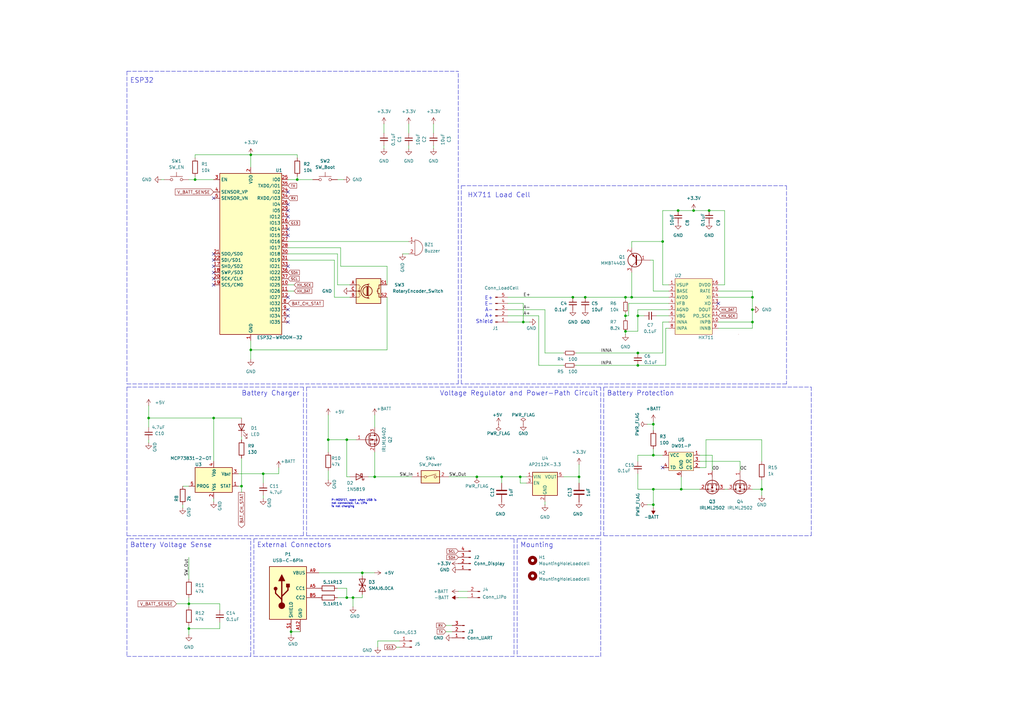
<source format=kicad_sch>
(kicad_sch (version 20231120) (generator "eeschema") (generator_version "8.0")
  (paper "A3")
  (title_block (title "Coffee Scale") (date "2022-10-18") (rev "v0.1") (company "Paul Orlob") (comment 1 "ESP32 is powered by a LiPo battery that can be charged via a USB-C port.") (comment 2 "HX711 is used to interface with a connected load cell."))
  (junction (at 261.62 149.86))
  (junction (at 102.87 63.5))
  (junction (at 237.49 195.58))
  (junction (at 214.63 132.08))
  (junction (at 256.54 129.54))
  (junction (at 119.38 259.08))
  (junction (at 148.59 234.95))
  (junction (at 142.24 180.34))
  (junction (at 102.87 143.51))
  (junction (at 256.54 121.92))
  (junction (at 308.61 121.92))
  (junction (at 142.24 245.11))
  (junction (at 308.61 127))
  (junction (at 121.92 73.66))
  (junction (at 195.58 195.58))
  (junction (at 153.67 195.58))
  (junction (at 256.54 135.89))
  (junction (at 261.62 144.78))
  (junction (at 134.62 180.34))
  (junction (at 77.47 257.81))
  (junction (at 60.96 171.45))
  (junction (at 290.83 86.36))
  (junction (at 240.03 121.92))
  (junction (at 234.95 121.92))
  (junction (at 144.78 245.11))
  (junction (at 284.48 86.36))
  (junction (at 99.06 199.39))
  (junction (at 267.97 173.99))
  (junction (at 87.63 171.45))
  (junction (at 279.4 200.66))
  (junction (at 77.47 247.65))
  (junction (at 267.97 207.01))
  (junction (at 259.08 121.92))
  (junction (at 308.61 132.08))
  (junction (at 261.62 129.54))
  (junction (at 267.97 200.66))
  (junction (at 278.13 86.36))
  (junction (at 271.78 99.06))
  (junction (at 312.42 200.66))
  (junction (at 267.97 186.69))
  (junction (at 205.74 195.58))
  (junction (at 107.95 194.31))
  (junction (at 213.36 195.58))
  (junction (at 80.01 73.66))
  (no_connect (at 118.11 96.52))
  (no_connect (at 118.11 93.98))
  (no_connect (at 118.11 88.9))
  (no_connect (at 118.11 78.74))
  (no_connect (at 87.63 81.28))
  (no_connect (at 87.63 111.76))
  (no_connect (at 87.63 114.3))
  (no_connect (at 87.63 116.84))
  (no_connect (at 87.63 109.22))
  (no_connect (at 87.63 104.14))
  (no_connect (at 87.63 106.68))
  (no_connect (at 118.11 121.92))
  (no_connect (at 118.11 127))
  (no_connect (at 118.11 129.54))
  (no_connect (at 118.11 132.08))
  (no_connect (at 118.11 86.36))
  (no_connect (at 294.64 124.46))
  (no_connect (at 118.11 83.82))
  (no_connect (at 271.78 191.77))
  (no_connect (at 118.11 109.22))
  (wire (pts (xy 102.87 139.7) (xy 102.87 143.51)))
  (wire (pts (xy 162.56 265.43) (xy 163.83 265.43)))
  (wire (pts (xy 294.64 121.92) (xy 308.61 121.92)))
  (wire (pts (xy 256.54 121.92) (xy 259.08 121.92)))
  (wire (pts (xy 77.47 73.66) (xy 80.01 73.66)))
  (wire (pts (xy 77.47 247.65) (xy 77.47 248.92)))
  (wire (pts (xy 257.81 129.54) (xy 256.54 129.54)))
  (wire (pts (xy 163.83 262.89) (xy 154.94 262.89)))
  (wire (pts (xy 99.06 187.96) (xy 99.06 199.39)))
  (polyline (pts (xy 210.82 220.98) (xy 104.14 220.98)) (stroke (width 0) (type dash)))
  (wire (pts (xy 297.18 116.84) (xy 297.18 86.36)))
  (wire (pts (xy 234.95 121.92) (xy 240.03 121.92)))
  (polyline (pts (xy 52.07 269.24) (xy 102.87 269.24)) (stroke (width 0) (type dash)))
  (wire (pts (xy 87.63 171.45) (xy 99.06 171.45)))
  (wire (pts (xy 134.62 170.18) (xy 134.62 180.34)))
  (wire (pts (xy 265.43 207.01) (xy 267.97 207.01)))
  (wire (pts (xy 134.62 180.34) (xy 134.62 185.42)))
  (wire (pts (xy 271.78 144.78) (xy 271.78 132.08)))
  (polyline (pts (xy 247.65 219.71) (xy 332.74 219.71)) (stroke (width 0) (type dash)))
  (wire (pts (xy 143.51 116.84) (xy 138.43 116.84)))
  (wire (pts (xy 118.11 119.38) (xy 120.65 119.38)))
  (wire (pts (xy 256.54 137.16) (xy 256.54 135.89)))
  (wire (pts (xy 119.38 259.08) (xy 123.19 259.08)))
  (wire (pts (xy 269.24 129.54) (xy 274.32 129.54)))
  (wire (pts (xy 205.74 195.58) (xy 213.36 195.58)))
  (wire (pts (xy 118.11 73.66) (xy 121.92 73.66)))
  (wire (pts (xy 177.8 50.8) (xy 177.8 54.61)))
  (wire (pts (xy 208.28 121.92) (xy 234.95 121.92)))
  (wire (pts (xy 119.38 259.08) (xy 119.38 260.35)))
  (wire (pts (xy 261.62 144.78) (xy 271.78 144.78)))
  (polyline (pts (xy 212.09 220.98) (xy 212.09 269.24)) (stroke (width 0) (type dash)))
  (polyline (pts (xy 125.73 158.75) (xy 125.73 219.71)) (stroke (width 0) (type dash)))
  (wire (pts (xy 287.02 189.23) (xy 303.53 189.23)))
  (wire (pts (xy 138.43 73.66) (xy 140.97 73.66)))
  (wire (pts (xy 107.95 203.2) (xy 107.95 204.47)))
  (wire (pts (xy 142.24 195.58) (xy 142.24 180.34)))
  (wire (pts (xy 261.62 186.69) (xy 267.97 186.69)))
  (wire (pts (xy 182.88 259.08) (xy 185.42 259.08)))
  (wire (pts (xy 267.97 119.38) (xy 267.97 106.68)))
  (wire (pts (xy 214.63 132.08) (xy 217.17 132.08)))
  (polyline (pts (xy 332.74 219.71) (xy 332.74 158.75)) (stroke (width 0) (type dash)))
  (polyline (pts (xy 52.07 158.75) (xy 124.46 158.75)) (stroke (width 0) (type dash)))
  (wire (pts (xy 261.62 127) (xy 261.62 129.54)))
  (wire (pts (xy 208.28 129.54) (xy 220.98 129.54)))
  (wire (pts (xy 308.61 119.38) (xy 308.61 121.92)))
  (polyline (pts (xy 104.14 220.98) (xy 104.14 269.24)) (stroke (width 0) (type dash)))
  (wire (pts (xy 261.62 149.86) (xy 273.05 149.86)))
  (polyline (pts (xy 187.96 157.48) (xy 187.96 29.21)) (stroke (width 0) (type dash)))
  (polyline (pts (xy 247.65 158.75) (xy 247.65 219.71)) (stroke (width 0) (type dash)))
  (wire (pts (xy 143.51 195.58) (xy 142.24 195.58)))
  (wire (pts (xy 236.22 149.86) (xy 261.62 149.86)))
  (wire (pts (xy 102.87 63.5) (xy 102.87 68.58)))
  (polyline (pts (xy 125.73 219.71) (xy 246.38 219.71)) (stroke (width 0) (type dash)))
  (wire (pts (xy 278.13 86.36) (xy 284.48 86.36)))
  (wire (pts (xy 294.64 119.38) (xy 308.61 119.38)))
  (wire (pts (xy 167.64 50.8) (xy 167.64 54.61)))
  (polyline (pts (xy 52.07 29.21) (xy 52.07 157.48)) (stroke (width 0) (type dash)))
  (wire (pts (xy 213.36 195.58) (xy 215.9 195.58)))
  (wire (pts (xy 187.96 245.11) (xy 191.77 245.11)))
  (wire (pts (xy 187.96 242.57) (xy 191.77 242.57)))
  (wire (pts (xy 77.47 245.11) (xy 77.47 247.65)))
  (wire (pts (xy 153.67 195.58) (xy 168.91 195.58)))
  (wire (pts (xy 157.48 60.96) (xy 157.48 59.69)))
  (wire (pts (xy 154.94 262.89) (xy 154.94 265.43)))
  (wire (pts (xy 240.03 121.92) (xy 256.54 121.92)))
  (wire (pts (xy 287.02 186.69) (xy 292.1 186.69)))
  (wire (pts (xy 102.87 143.51) (xy 158.75 143.51)))
  (wire (pts (xy 273.05 134.62) (xy 274.32 134.62)))
  (wire (pts (xy 118.11 99.06) (xy 167.64 99.06)))
  (wire (pts (xy 312.42 203.2) (xy 312.42 200.66)))
  (wire (pts (xy 148.59 243.84) (xy 148.59 245.11)))
  (wire (pts (xy 121.92 72.39) (xy 121.92 73.66)))
  (wire (pts (xy 312.42 180.34) (xy 289.56 180.34)))
  (wire (pts (xy 261.62 135.89) (xy 256.54 135.89)))
  (wire (pts (xy 308.61 200.66) (xy 312.42 200.66)))
  (wire (pts (xy 87.63 171.45) (xy 87.63 189.23)))
  (wire (pts (xy 261.62 129.54) (xy 264.16 129.54)))
  (wire (pts (xy 220.98 129.54) (xy 220.98 149.86)))
  (wire (pts (xy 223.52 144.78) (xy 231.14 144.78)))
  (wire (pts (xy 279.4 195.58) (xy 279.4 200.66)))
  (wire (pts (xy 148.59 245.11) (xy 144.78 245.11)))
  (polyline (pts (xy 210.82 220.98) (xy 210.82 269.24)) (stroke (width 0) (type dash)))
  (wire (pts (xy 294.64 132.08) (xy 308.61 132.08)))
  (wire (pts (xy 80.01 72.39) (xy 80.01 73.66)))
  (wire (pts (xy 271.78 186.69) (xy 267.97 186.69)))
  (wire (pts (xy 165.1 104.14) (xy 167.64 104.14)))
  (wire (pts (xy 138.43 104.14) (xy 118.11 104.14)))
  (wire (pts (xy 60.96 171.45) (xy 60.96 175.26)))
  (wire (pts (xy 74.93 199.39) (xy 77.47 199.39)))
  (polyline (pts (xy 125.73 158.75) (xy 246.38 158.75)) (stroke (width 0) (type dash)))
  (wire (pts (xy 107.95 198.12) (xy 107.95 194.31)))
  (wire (pts (xy 236.22 144.78) (xy 261.62 144.78)))
  (wire (pts (xy 138.43 241.3) (xy 142.24 241.3)))
  (polyline (pts (xy 52.07 29.21) (xy 187.96 29.21)) (stroke (width 0) (type dash)))
  (wire (pts (xy 274.32 127) (xy 261.62 127)))
  (wire (pts (xy 274.32 119.38) (xy 267.97 119.38)))
  (polyline (pts (xy 246.38 269.24) (xy 246.38 220.98)) (stroke (width 0) (type dash)))
  (wire (pts (xy 265.43 173.99) (xy 267.97 173.99)))
  (wire (pts (xy 223.52 127) (xy 223.52 144.78)))
  (wire (pts (xy 137.16 106.68) (xy 118.11 106.68)))
  (wire (pts (xy 102.87 143.51) (xy 102.87 147.32)))
  (polyline (pts (xy 189.23 157.48) (xy 189.23 76.2)) (stroke (width 0) (type dash)))
  (wire (pts (xy 256.54 129.54) (xy 256.54 130.81)))
  (wire (pts (xy 205.74 195.58) (xy 205.74 198.12)))
  (polyline (pts (xy 102.87 220.98) (xy 52.07 220.98)) (stroke (width 0) (type dash)))
  (wire (pts (xy 72.39 247.65) (xy 77.47 247.65)))
  (wire (pts (xy 97.79 199.39) (xy 99.06 199.39)))
  (wire (pts (xy 312.42 196.85) (xy 312.42 200.66)))
  (wire (pts (xy 148.59 234.95) (xy 153.67 234.95)))
  (wire (pts (xy 257.81 124.46) (xy 257.81 129.54)))
  (wire (pts (xy 297.18 200.66) (xy 298.45 200.66)))
  (wire (pts (xy 77.47 228.6) (xy 77.47 237.49)))
  (wire (pts (xy 138.43 245.11) (xy 142.24 245.11)))
  (wire (pts (xy 74.93 207.01) (xy 74.93 208.28)))
  (wire (pts (xy 77.47 257.81) (xy 90.17 257.81)))
  (wire (pts (xy 144.78 245.11) (xy 144.78 248.92)))
  (wire (pts (xy 139.7 101.6) (xy 118.11 101.6)))
  (polyline (pts (xy 124.46 219.71) (xy 124.46 158.75)) (stroke (width 0) (type dash)))
  (wire (pts (xy 182.88 256.54) (xy 185.42 256.54)))
  (wire (pts (xy 208.28 127) (xy 223.52 127)))
  (wire (pts (xy 99.06 199.39) (xy 99.06 201.93)))
  (wire (pts (xy 292.1 186.69) (xy 292.1 193.04)))
  (wire (pts (xy 167.64 60.96) (xy 167.64 59.69)))
  (polyline (pts (xy 246.38 219.71) (xy 246.38 158.75)) (stroke (width 0) (type dash)))
  (wire (pts (xy 60.96 171.45) (xy 87.63 171.45)))
  (wire (pts (xy 271.78 132.08) (xy 274.32 132.08)))
  (polyline (pts (xy 52.07 219.71) (xy 124.46 219.71)) (stroke (width 0) (type dash)))
  (wire (pts (xy 267.97 200.66) (xy 279.4 200.66)))
  (wire (pts (xy 267.97 172.72) (xy 267.97 173.99)))
  (wire (pts (xy 90.17 247.65) (xy 90.17 250.19)))
  (wire (pts (xy 142.24 241.3) (xy 142.24 245.11)))
  (wire (pts (xy 287.02 191.77) (xy 289.56 191.77)))
  (wire (pts (xy 308.61 121.92) (xy 308.61 127)))
  (wire (pts (xy 118.11 116.84) (xy 120.65 116.84)))
  (wire (pts (xy 138.43 116.84) (xy 138.43 104.14)))
  (wire (pts (xy 261.62 194.31) (xy 261.62 200.66)))
  (wire (pts (xy 144.78 245.11) (xy 142.24 245.11)))
  (wire (pts (xy 158.75 109.22) (xy 139.7 109.22)))
  (wire (pts (xy 259.08 121.92) (xy 274.32 121.92)))
  (wire (pts (xy 303.53 189.23) (xy 303.53 193.04)))
  (polyline (pts (xy 52.07 226.06) (xy 52.07 269.24)) (stroke (width 0) (type dash)))
  (wire (pts (xy 137.16 121.92) (xy 137.16 106.68)))
  (polyline (pts (xy 52.07 157.48) (xy 187.96 157.48)) (stroke (width 0) (type dash)))
  (wire (pts (xy 107.95 194.31) (xy 114.3 194.31)))
  (polyline (pts (xy 212.09 269.24) (xy 246.38 269.24)) (stroke (width 0) (type dash)))
  (polyline (pts (xy 104.14 269.24) (xy 210.82 269.24)) (stroke (width 0) (type dash)))
  (wire (pts (xy 308.61 134.62) (xy 308.61 132.08)))
  (wire (pts (xy 66.04 73.66) (xy 67.31 73.66)))
  (wire (pts (xy 99.06 179.07) (xy 99.06 180.34)))
  (wire (pts (xy 148.59 234.95) (xy 148.59 236.22)))
  (wire (pts (xy 142.24 180.34) (xy 146.05 180.34)))
  (wire (pts (xy 134.62 193.04) (xy 134.62 196.85)))
  (wire (pts (xy 290.83 86.36) (xy 284.48 86.36)))
  (wire (pts (xy 77.47 257.81) (xy 77.47 260.35)))
  (wire (pts (xy 223.52 205.74) (xy 223.52 207.01)))
  (wire (pts (xy 237.49 198.12) (xy 237.49 195.58)))
  (wire (pts (xy 259.08 101.6) (xy 259.08 99.06)))
  (polyline (pts (xy 189.23 76.2) (xy 322.58 76.2)) (stroke (width 0) (type dash)))
  (polyline (pts (xy 247.65 158.75) (xy 332.74 158.75)) (stroke (width 0) (type dash)))
  (wire (pts (xy 279.4 200.66) (xy 287.02 200.66)))
  (wire (pts (xy 256.54 121.92) (xy 256.54 123.19)))
  (wire (pts (xy 271.78 99.06) (xy 271.78 116.84)))
  (wire (pts (xy 271.78 86.36) (xy 271.78 99.06)))
  (polyline (pts (xy 52.07 158.75) (xy 52.07 219.71)) (stroke (width 0) (type dash)))
  (wire (pts (xy 195.58 195.58) (xy 205.74 195.58)))
  (wire (pts (xy 143.51 121.92) (xy 137.16 121.92)))
  (wire (pts (xy 139.7 109.22) (xy 139.7 101.6)))
  (wire (pts (xy 153.67 170.18) (xy 153.67 175.26)))
  (wire (pts (xy 273.05 149.86) (xy 273.05 134.62)))
  (wire (pts (xy 87.63 73.66) (xy 80.01 73.66)))
  (wire (pts (xy 157.48 50.8) (xy 157.48 54.61)))
  (wire (pts (xy 213.36 195.58) (xy 213.36 198.12)))
  (wire (pts (xy 114.3 191.77) (xy 114.3 194.31)))
  (wire (pts (xy 294.64 134.62) (xy 308.61 134.62)))
  (wire (pts (xy 220.98 149.86) (xy 231.14 149.86)))
  (wire (pts (xy 267.97 173.99) (xy 267.97 176.53)))
  (polyline (pts (xy 102.87 269.24) (xy 102.87 220.98)) (stroke (width 0) (type dash)))
  (wire (pts (xy 271.78 86.36) (xy 278.13 86.36)))
  (wire (pts (xy 130.81 234.95) (xy 148.59 234.95)))
  (polyline (pts (xy 322.58 76.2) (xy 322.58 157.48)) (stroke (width 0) (type dash)))
  (wire (pts (xy 274.32 116.84) (xy 271.78 116.84)))
  (wire (pts (xy 134.62 180.34) (xy 142.24 180.34)))
  (wire (pts (xy 97.79 194.31) (xy 107.95 194.31)))
  (wire (pts (xy 153.67 185.42) (xy 153.67 195.58)))
  (wire (pts (xy 121.92 73.66) (xy 128.27 73.66)))
  (wire (pts (xy 158.75 116.84) (xy 158.75 109.22)))
  (wire (pts (xy 121.92 64.77) (xy 121.92 63.5)))
  (wire (pts (xy 261.62 129.54) (xy 261.62 135.89)))
  (wire (pts (xy 312.42 189.23) (xy 312.42 180.34)))
  (wire (pts (xy 267.97 184.15) (xy 267.97 186.69)))
  (wire (pts (xy 214.63 124.46) (xy 214.63 132.08)))
  (wire (pts (xy 60.96 180.34) (xy 60.96 181.61)))
  (wire (pts (xy 259.08 111.76) (xy 259.08 121.92)))
  (wire (pts (xy 294.64 116.84) (xy 297.18 116.84)))
  (wire (pts (xy 289.56 180.34) (xy 289.56 191.77)))
  (wire (pts (xy 151.13 195.58) (xy 153.67 195.58)))
  (wire (pts (xy 90.17 247.65) (xy 77.47 247.65)))
  (polyline (pts (xy 52.07 220.98) (xy 52.07 226.06)) (stroke (width 0) (type dash)))
  (wire (pts (xy 184.15 195.58) (xy 195.58 195.58)))
  (wire (pts (xy 102.87 63.5) (xy 121.92 63.5)))
  (wire (pts (xy 158.75 121.92) (xy 158.75 143.51)))
  (polyline (pts (xy 212.09 220.98) (xy 246.38 220.98)) (stroke (width 0) (type dash)))
  (wire (pts (xy 261.62 200.66) (xy 267.97 200.66)))
  (wire (pts (xy 77.47 256.54) (xy 77.47 257.81)))
  (wire (pts (xy 266.7 106.68) (xy 267.97 106.68)))
  (wire (pts (xy 208.28 132.08) (xy 214.63 132.08)))
  (wire (pts (xy 90.17 255.27) (xy 90.17 257.81)))
  (wire (pts (xy 308.61 127) (xy 308.61 132.08)))
  (wire (pts (xy 231.14 195.58) (xy 237.49 195.58)))
  (wire (pts (xy 297.18 86.36) (xy 290.83 86.36)))
  (wire (pts (xy 60.96 166.37) (xy 60.96 171.45)))
  (wire (pts (xy 208.28 124.46) (xy 214.63 124.46)))
  (wire (pts (xy 256.54 128.27) (xy 256.54 129.54)))
  (wire (pts (xy 259.08 99.06) (xy 271.78 99.06)))
  (polyline (pts (xy 322.58 157.48) (xy 189.23 157.48)) (stroke (width 0) (type dash)))
  (wire (pts (xy 87.63 205.74) (xy 87.63 204.47)))
  (wire (pts (xy 267.97 207.01) (xy 267.97 208.28)))
  (wire (pts (xy 80.01 63.5) (xy 80.01 64.77)))
  (wire (pts (xy 274.32 124.46) (xy 257.81 124.46)))
  (wire (pts (xy 80.01 63.5) (xy 102.87 63.5)))
  (wire (pts (xy 261.62 186.69) (xy 261.62 189.23)))
  (wire (pts (xy 215.9 198.12) (xy 213.36 198.12)))
  (wire (pts (xy 237.49 190.5) (xy 237.49 195.58)))
  (wire (pts (xy 177.8 60.96) (xy 177.8 59.69)))
  (wire (pts (xy 267.97 200.66) (xy 267.97 207.01)))
  (text "ESP32" (at 53.34 34.29 0) (effects (font (size 2 2)) (justify left bottom)))
  (text "Battery Charger" (at 99.06 162.56 0) (effects (font (size 2 2)) (justify left bottom)))
  (text "HX711 Load Cell" (at 191.77 81.28 0) (effects (font (size 2 2)) (justify left bottom)))
  (text "E+\nE-\nA-\nA+\nShield" (at 202.2348 132.842 0) (effects (font (size 1.5 1.5)) (justify right bottom)))
  (text "Battery Protection" (at 248.92 162.56 0) (effects (font (size 2 2)) (justify left bottom)))
  (text "Mounting" (at 213.36 224.79 0) (effects (font (size 2 2)) (justify left bottom)))
  (text "External Connectors" (at 105.41 224.79 0) (effects (font (size 2 2)) (justify left bottom)))
  (text "Battery Voltage Sense" (at 53.34 224.79 0) (effects (font (size 2 2)) (justify left bottom)))
  (text "Voltage Regulator and Power-Path Circuit" (at 180.34 162.56 0) (effects (font (size 2 2)) (justify left bottom)))
  (text "P-MOSFET, open when USB is \nnot connected, i.e. LiPo\nis not charging" (at 135.89 208.28 0) (effects (font (size 0.8 0.8)) (justify left bottom)))
  (label "E+" (at 214.63 121.92 0))
  (label "INPA" (at 246.38 149.86 0))
  (label "A-" (at 214.63 127 0))
  (label "OD" (at 292.1 193.04 0))
  (label "SW_In" (at 163.83 195.58 0))
  (label "SW_Out" (at 184.15 195.58 0))
  (label "SW_Out" (at 77.47 236.22 90))
  (label "A+" (at 214.63 129.54 0))
  (label "OC" (at 303.53 193.04 0))
  (label "INNA" (at 246.38 144.78 0))
  (global_label "TX" (shape input) (at 118.11 76.2 0) (effects (font (size 1 1))) (property "Intersheetrefs" "${INTERSHEET_REFS}" (effects (hide yes))))
  (global_label "SCL" (shape input) (at 118.11 114.3 0) (effects (font (size 1 1))) (property "Intersheetrefs" "${INTERSHEET_REFS}" (effects (hide yes))))
  (global_label "BAT_CH_STAT" (shape input) (at 118.11 124.46 0) (property "Intersheetrefs" "${INTERSHEET_REFS}" (effects (hide yes))))
  (global_label "HX_SCK" (shape input) (at 120.65 116.84 0) (effects (font (size 1 1))) (property "Intersheetrefs" "${INTERSHEET_REFS}" (effects (hide yes))))
  (global_label "SDA" (shape input) (at 118.11 111.76 0) (effects (font (size 1 1))) (property "Intersheetrefs" "${INTERSHEET_REFS}" (effects (hide yes))))
  (global_label "HX_DAT" (shape input) (at 294.64 127 0) (effects (font (size 1 1))) (property "Intersheetrefs" "${INTERSHEET_REFS}" (effects (hide yes))))
  (global_label "SCL" (shape input) (at 187.96 226.06 180) (effects (font (size 1 1))) (property "Intersheetrefs" "${INTERSHEET_REFS}" (effects (hide yes))))
  (global_label "G13" (shape input) (at 162.56 265.43 180) (effects (font (size 1 1))) (property "Intersheetrefs" "${INTERSHEET_REFS}" (effects (hide yes))))
  (global_label "HX_SCK" (shape input) (at 294.64 129.54 0) (effects (font (size 1 1))) (property "Intersheetrefs" "${INTERSHEET_REFS}" (effects (hide yes))))
  (global_label "BAT_CH_STAT" (shape output) (at 99.06 201.93 270) (property "Intersheetrefs" "${INTERSHEET_REFS}" (effects (hide yes))))
  (global_label "HX_DAT" (shape input) (at 120.65 119.38 0) (effects (font (size 1 1))) (property "Intersheetrefs" "${INTERSHEET_REFS}" (effects (hide yes))))
  (global_label "G13" (shape input) (at 118.11 91.44 0) (effects (font (size 1 1))) (property "Intersheetrefs" "${INTERSHEET_REFS}" (effects (hide yes))))
  (global_label "V_BATT_SENSE" (shape input) (at 87.63 78.74 180) (property "Intersheetrefs" "${INTERSHEET_REFS}" (effects (hide yes))))
  (global_label "RX" (shape input) (at 118.11 81.28 0) (effects (font (size 1 1))) (property "Intersheetrefs" "${INTERSHEET_REFS}" (effects (hide yes))))
  (global_label "TX" (shape input) (at 182.88 259.08 180) (effects (font (size 1 1))) (property "Intersheetrefs" "${INTERSHEET_REFS}" (effects (hide yes))))
  (global_label "V_BATT_SENSE" (shape input) (at 72.39 247.65 180) (property "Intersheetrefs" "${INTERSHEET_REFS}" (effects (hide yes))))
  (global_label "RX" (shape input) (at 182.88 256.54 180) (effects (font (size 1 1))) (property "Intersheetrefs" "${INTERSHEET_REFS}" (effects (hide yes))))
  (global_label "SDA" (shape input) (at 187.96 228.6 180) (effects (font (size 1 1))) (property "Intersheetrefs" "${INTERSHEET_REFS}" (effects (hide yes))))
  (symbol (lib_id "power:GND") (at 237.49 205.74 0) (unit 1)
    (property "Reference" "#PWR033" (effects (hide yes)))
    (property "Value" "GND" (at 234.95 210.82 0) (effects (justify left)))
    (property "Description" "Power symbol creates a global label with name \"GND\" , ground" (effects (hide yes)))
  )
  (symbol (lib_id "Device:R") (at 74.93 203.2 180) (unit 1)
    (property "Reference" "R8" (at 72.39 204.47 90))
    (property "Value" "2k" (at 77.47 204.47 90))
    (property "Footprint" "Resistor_SMD:R_0603_1608Metric_Pad0.98x0.95mm_HandSolder" (effects (hide yes)))
    (property "Description" "Resistor" (effects (hide yes)))
    (property "LCSC" "C22975" (effects (hide yes)))
  )
  (symbol (lib_id "power:+5V") (at 204.47 173.99 0) (unit 1)
    (property "Reference" "#PWR0102" (effects (hide yes)))
    (property "Value" "+5V" (at 201.93 170.18 0) (effects (justify left)))
    (property "Description" "Power symbol creates a global label with name \"+5V\"" (effects (hide yes)))
  )
  (symbol (lib_id "Device:C_Small") (at 157.48 57.15 0) (unit 1)
    (property "Reference" "C1" (at 163.83 57.1563 90))
    (property "Value" "0.1uF" (at 161.29 57.1563 90))
    (property "Footprint" "Capacitor_SMD:C_0603_1608Metric_Pad1.08x0.95mm_HandSolder" (effects (hide yes)))
    (property "Description" "Unpolarized capacitor, small symbol" (effects (hide yes)))
    (property "LCSC" "C14663" (effects (hide yes)))
  )
  (symbol (lib_id "Device:C_Small") (at 278.13 88.9 180) (unit 1)
    (property "Reference" "C8" (at 281.94 91.44 90))
    (property "Value" "10uF" (at 275.59 90.17 90))
    (property "Footprint" "Capacitor_SMD:C_1206_3216Metric" (effects (hide yes)))
    (property "Description" "Unpolarized capacitor, small symbol" (effects (hide yes)))
    (property "LCSC" "C13585" (effects (hide yes)))
  )
  (symbol (lib_id "power:GND") (at 134.62 196.85 0) (unit 1)
    (property "Reference" "#PWR021" (effects (hide yes)))
    (property "Value" "GND" (at 137.16 200.66 90) (effects (justify left)))
    (property "Description" "Power symbol creates a global label with name \"GND\" , ground" (effects (hide yes)))
  )
  (symbol (lib_id "Device:C_Small") (at 266.7 129.54 90) (unit 1)
    (property "Reference" "C7" (at 266.7 133.35 90))
    (property "Value" "0.1uF" (at 266.7 135.89 90))
    (property "Footprint" "Capacitor_SMD:C_0603_1608Metric_Pad1.08x0.95mm_HandSolder" (effects (hide yes)))
    (property "Description" "Unpolarized capacitor, small symbol" (effects (hide yes)))
    (property "LCSC" "C14663" (effects (hide yes)))
  )
  (symbol (lib_id "Connector:Conn_01x04_Pin") (at 193.04 231.14 180) (unit 1)
    (property "Reference" "J2" (at 194.31 228.5999 0) (effects (justify right)))
    (property "Value" "Conn_Display" (at 194.31 231.1399 0) (effects (justify right)))
    (property "Footprint" "Connector_Wire:SolderWire-0.5sqmm_1x04_P4.8mm_D0.9mm_OD2.3mm" (effects (hide yes)))
    (property "Description" "Generic connector, single row, 01x04, script generated" (effects (hide yes)))
  )
  (symbol (lib_id "Device:C_Small") (at 290.83 88.9 180) (unit 1)
    (property "Reference" "C9" (at 294.64 91.44 90))
    (property "Value" "0.1uF" (at 288.29 90.17 90))
    (property "Footprint" "Capacitor_SMD:C_0603_1608Metric_Pad1.08x0.95mm_HandSolder" (effects (hide yes)))
    (property "Description" "Unpolarized capacitor, small symbol" (effects (hide yes)))
    (property "LCSC" "C14663" (effects (hide yes)))
  )
  (symbol (lib_id "power:GND") (at 312.42 203.2 0) (unit 1)
    (property "Reference" "#PWR0101" (effects (hide yes)))
    (property "Value" "GND" (at 312.42 207.01 0))
    (property "Description" "Power symbol creates a global label with name \"GND\" , ground" (effects (hide yes)))
  )
  (symbol (lib_id "power:GND") (at 167.64 60.96 0) (unit 1)
    (property "Reference" "#PWR024" (effects (hide yes)))
    (property "Value" "GND" (at 167.64 66.04 0))
    (property "Description" "Power symbol creates a global label with name \"GND\" , ground" (effects (hide yes)))
  )
  (symbol (lib_id "power:+3.3V") (at 187.96 231.14 90) (unit 1)
    (property "Reference" "#PWR0104" (effects (hide yes)))
    (property "Value" "+3.3V" (at 179.07 231.14 90) (effects (justify right)))
    (property "Description" "Power symbol creates a global label with name \"+3.3V\"" (effects (hide yes)))
  )
  (symbol (lib_id "Device:LED") (at 99.06 175.26 90) (unit 1)
    (property "Reference" "D1" (at 102.87 175.5774 90) (effects (justify right)))
    (property "Value" "LED" (at 102.87 178.1174 90) (effects (justify right)))
    (property "Footprint" "LED_SMD:LED_1206_3216Metric" (effects (hide yes)))
    (property "Description" "Light emitting diode" (effects (hide yes)))
    (property "LCSC" "C125086" (effects (hide yes)))
  )
  (symbol (lib_id "RF_Module:ESP32-WROOM-32") (at 102.87 104.14 0) (unit 1)
    (property "Reference" "U1" (at 113.03 69.85 0) (effects (justify left)))
    (property "Value" "ESP32-WROOM-32" (at 105.41 138.43 0) (effects (justify left)))
    (property "Footprint" "RF_Module:ESP32-WROOM-32" (effects (hide yes)))
    (property "Datasheet" "https://www.espressif.com/sites/default/files/documentation/esp32-wroom-32_datasheet_en.pdf" (effects (hide yes)))
    (property "Description" "RF Module, ESP32-D0WDQ6 SoC, Wi-Fi 802.11b/g/n, Bluetooth, BLE, 32-bit, 2.7-3.6V, onboard antenna, SMD" (effects (hide yes)))
    (property "LCSC" "C473012" (effects (hide yes)))
  )
  (symbol (lib_id "power:PWR_FLAG") (at 214.63 173.99 0) (unit 1)
    (property "Reference" "#FLG0103" (effects (hide yes)))
    (property "Value" "PWR_FLAG" (at 214.63 170.18 0))
    (property "Description" "Special symbol for telling ERC where power comes from" (effects (hide yes)))
  )
  (symbol (lib_id "power:GND") (at 157.48 60.96 0) (unit 1)
    (property "Reference" "#PWR08" (effects (hide yes)))
    (property "Value" "GND" (at 157.48 66.04 0))
    (property "Description" "Power symbol creates a global label with name \"GND\" , ground" (effects (hide yes)))
  )
  (symbol (lib_id "Connector:Conn_01x02_Pin") (at 196.85 245.11 180) (unit 1)
    (property "Reference" "J4" (at 197.866 241.808 0) (effects (justify right)))
    (property "Value" "Conn_LiPo" (at 197.866 244.856 0) (effects (justify right)))
    (property "Footprint" "Connector_Wire:SolderWire-0.5sqmm_1x02_P4.8mm_D0.9mm_OD2.3mm" (effects (hide yes)))
    (property "Description" "Generic connector, single row, 01x02, script generated" (effects (hide yes)))
  )
  (symbol (lib_id "power:GND") (at 205.74 205.74 0) (unit 1)
    (property "Reference" "#PWR023" (effects (hide yes)))
    (property "Value" "GND" (at 203.2 210.82 0) (effects (justify left)))
    (property "Description" "Power symbol creates a global label with name \"GND\" , ground" (effects (hide yes)))
  )
  (symbol (lib_id "Device:C_Small") (at 60.96 177.8 0) (unit 1)
    (property "Reference" "C10" (at 63.5 177.8 0) (effects (justify left)))
    (property "Value" "4.7uF" (at 62.23 175.26 0) (effects (justify left)))
    (property "Footprint" "Capacitor_SMD:C_0805_2012Metric" (effects (hide yes)))
    (property "Description" "Unpolarized capacitor, small symbol" (effects (hide yes)))
    (property "LCSC" "C1779" (effects (hide yes)))
  )
  (symbol (lib_id "Connector:Conn_01x03_Pin") (at 190.5 259.08 180) (unit 1)
    (property "Reference" "J3" (at 193.04 259.08 0))
    (property "Value" "Conn_UART" (at 196.85 261.62 0))
    (property "Footprint" "Connector_PinHeader_2.54mm:PinHeader_1x03_P2.54mm_Horizontal" (effects (hide yes)))
    (property "Description" "Generic connector, single row, 01x03, script generated" (effects (hide yes)))
  )
  (symbol (lib_id "power:+BATT") (at 114.3 191.77 0) (unit 1)
    (property "Reference" "#PWR030" (effects (hide yes)))
    (property "Value" "+BATT" (at 118.11 189.23 0))
    (property "Description" "Power symbol creates a global label with name \"+BATT\"" (effects (hide yes)))
  )
  (symbol (lib_id "Device:R") (at 99.06 184.15 0) (unit 1)
    (property "Reference" "R9" (at 101.6 182.8799 0) (effects (justify left)))
    (property "Value" "130" (at 101.6 185.4199 0) (effects (justify left)))
    (property "Footprint" "Resistor_SMD:R_0603_1608Metric_Pad0.98x0.95mm_HandSolder" (effects (hide yes)))
    (property "Description" "Resistor" (effects (hide yes)))
    (property "LCSC" "C22808" (effects (hide yes)))
  )
  (symbol (lib_id "Device:Q_NMOS_GSD") (at 292.1 198.12 270) (unit 1)
    (property "Reference" "Q3" (at 292.1 205.74 90))
    (property "Value" "IRLML2502" (at 292.1 208.28 90))
    (property "Footprint" "Package_TO_SOT_SMD:SOT-23" (effects (hide yes)))
    (property "Description" "N-MOSFET transistor, gate/source/drain" (effects (hide yes)))
    (property "LCSC" "C5364308" (effects (hide yes)))
  )
  (symbol (lib_id "Battery_Management:MCP73831-2-OT") (at 87.63 196.85 0) (unit 1)
    (property "Reference" "U3" (at 80.01 190.5 0) (effects (justify left)))
    (property "Value" "MCP73831-2-OT" (at 69.85 187.96 0) (effects (justify left)))
    (property "Footprint" "Package_TO_SOT_SMD:SOT-23-5" (effects (hide yes)))
    (property "Datasheet" "http://ww1.microchip.com/downloads/en/DeviceDoc/20001984g.pdf" (effects (hide yes)))
    (property "Description" "Single cell, Li-Ion/Li-Po charge management controller, 4.20V, Tri-State Status Output, in SOT23-5 package" (effects (hide yes)))
    (property "LCSC" "C424093" (effects (hide yes)))
  )
  (symbol (lib_id "Device:D_Schottky") (at 147.32 195.58 180) (unit 1)
    (property "Reference" "D2" (at 142.24 198.12 0) (effects (justify right)))
    (property "Value" "1N5819" (at 142.24 200.66 0) (effects (justify right)))
    (property "Footprint" "Diode_SMD:D_SMA_Handsoldering" (effects (hide yes)))
    (property "Description" "Schottky diode" (effects (hide yes)))
  )
  (symbol (lib_id "Device:C_Small") (at 240.03 124.46 0) (unit 1)
    (property "Reference" "C5" (at 242.57 124.46 0) (effects (justify left)))
    (property "Value" "10uF" (at 242.57 127 0) (effects (justify left)))
    (property "Footprint" "Capacitor_SMD:C_1206_3216Metric" (effects (hide yes)))
    (property "Description" "Unpolarized capacitor, small symbol" (effects (hide yes)))
    (property "LCSC" "C13585" (effects (hide yes)))
  )
  (symbol (lib_id "Device:C_Small") (at 261.62 191.77 0) (unit 1)
    (property "Reference" "C15" (at 256.286 190.754 0) (effects (justify left)))
    (property "Value" "0.1uF" (at 253.238 193.04 0) (effects (justify left)))
    (property "Footprint" "Capacitor_SMD:C_0603_1608Metric_Pad1.08x0.95mm_HandSolder" (effects (hide yes)))
    (property "Description" "Unpolarized capacitor, small symbol" (effects (hide yes)))
    (property "LCSC" "C14663" (effects (hide yes)))
  )
  (symbol (lib_id "Device:D_TVS") (at 148.59 240.03 90) (unit 1)
    (property "Reference" "D3" (at 151.13 238.7599 90) (effects (justify right)))
    (property "Value" "SMAJ6.0CA" (at 151.13 241.2999 90) (effects (justify right)))
    (property "Footprint" "Diode_SMD:D_SMA" (effects (hide yes)))
    (property "Description" "Bidirectional transient-voltage-suppression diode" (effects (hide yes)))
  )
  (symbol (lib_id "power:GND") (at 144.78 248.92 0) (unit 1)
    (property "Reference" "#PWR038" (effects (hide yes)))
    (property "Value" "GND" (at 143.51 252.73 0) (effects (justify left)))
    (property "Description" "Power symbol creates a global label with name \"GND\" , ground" (effects (hide yes)))
  )
  (symbol (lib_id "Mechanical:MountingHole") (at 218.44 236.22 0) (unit 1)
    (property "Reference" "H2" (at 220.98 234.9499 0) (effects (justify left)))
    (property "Value" "MountingHoleLoadcell" (at 220.98 237.4899 0) (effects (justify left)))
    (property "Footprint" "MountingHole:MountingHole_5.3mm_M5_ISO7380" (effects (hide yes)))
    (property "Description" "Mounting Hole without connection" (effects (hide yes)))
  )
  (symbol (lib_id "Device:R_Small") (at 233.68 149.86 90) (unit 1)
    (property "Reference" "R5" (at 229.87 152.4 90))
    (property "Value" "100" (at 234.95 152.4 90))
    (property "Footprint" "Resistor_SMD:R_0603_1608Metric_Pad0.98x0.95mm_HandSolder" (effects (hide yes)))
    (property "Description" "Resistor, small symbol" (effects (hide yes)))
    (property "LCSC" "C22775" (effects (hide yes)))
  )
  (symbol (lib_id "power:+BATT") (at 153.67 170.18 0) (unit 1)
    (property "Reference" "#PWR022" (effects (hide yes)))
    (property "Value" "+BATT" (at 157.48 167.64 0))
    (property "Description" "Power symbol creates a global label with name \"+BATT\"" (effects (hide yes)))
  )
  (symbol (lib_id "power:GND") (at 177.8 60.96 0) (unit 1)
    (property "Reference" "#PWR026" (effects (hide yes)))
    (property "Value" "GND" (at 177.8 66.04 0))
    (property "Description" "Power symbol creates a global label with name \"GND\" , ground" (effects (hide yes)))
  )
  (symbol (lib_id "power:GND") (at 187.96 233.68 270) (unit 1)
    (property "Reference" "#PWR0105" (effects (hide yes)))
    (property "Value" "GND" (at 180.34 233.68 90) (effects (justify left)))
    (property "Description" "Power symbol creates a global label with name \"GND\" , ground" (effects (hide yes)))
  )
  (symbol (lib_id "power:PWR_FLAG") (at 204.47 173.99 180) (unit 1)
    (property "Reference" "#FLG0101" (effects (hide yes)))
    (property "Value" "PWR_FLAG" (at 204.47 177.8 0))
    (property "Description" "Special symbol for telling ERC where power comes from" (effects (hide yes)))
  )
  (symbol (lib_id "power:+3.3V") (at 102.87 63.5 0) (unit 1)
    (property "Reference" "#PWR02" (effects (hide yes)))
    (property "Value" "+3.3V" (at 102.87 58.42 0))
    (property "Description" "Power symbol creates a global label with name \"+3.3V\"" (effects (hide yes)))
  )
  (symbol (lib_id "power:GND") (at 278.13 91.44 0) (unit 1)
    (property "Reference" "#PWR014" (effects (hide yes)))
    (property "Value" "GND" (at 278.13 96.52 0))
    (property "Description" "Power symbol creates a global label with name \"GND\" , ground" (effects (hide yes)))
  )
  (symbol (lib_id "Device:C_Small") (at 167.64 57.15 0) (unit 1)
    (property "Reference" "C2" (at 173.99 57.1563 90))
    (property "Value" "10uF" (at 171.45 57.1563 90))
    (property "Footprint" "Capacitor_SMD:C_1206_3216Metric" (effects (hide yes)))
    (property "Description" "Unpolarized capacitor, small symbol" (effects (hide yes)))
    (property "LCSC" "C13585" (effects (hide yes)))
  )
  (symbol (lib_id "Transistor_FET:IRLML6402") (at 151.13 180.34 0) (unit 1)
    (property "Reference" "Q2" (at 160.02 180.34 90))
    (property "Value" "IRLML6402" (at 157.48 180.34 90))
    (property "Footprint" "Package_TO_SOT_SMD:SOT-23" (effects (hide yes)))
    (property "Datasheet" "https://www.infineon.com/dgdl/irlml6402pbf.pdf?fileId=5546d462533600a401535668d5c2263c" (effects (hide yes)))
    (property "Description" "-3.7A Id, -20V Vds, 65mOhm Rds, P-Channel HEXFET Power MOSFET, SOT-23" (effects (hide yes)))
    (property "LCSC" "C2593" (effects (hide yes)))
  )
  (symbol (lib_id "power:GND") (at 217.17 132.08 90) (unit 1)
    (property "Reference" "#PWR010" (effects (hide yes)))
    (property "Value" "GND" (at 215.9 134.62 90) (effects (justify right)))
    (property "Description" "Power symbol creates a global label with name \"GND\" , ground" (effects (hide yes)))
  )
  (symbol (lib_id "power:+BATT") (at 267.97 172.72 0) (unit 1)
    (property "Reference" "#PWR0109" (effects (hide yes)))
    (property "Value" "+BATT" (at 267.97 167.64 0))
    (property "Description" "Power symbol creates a global label with name \"+BATT\"" (effects (hide yes)))
  )
  (symbol (lib_id "power:GND") (at 223.52 207.01 0) (unit 1)
    (property "Reference" "#PWR031" (effects (hide yes)))
    (property "Value" "GND" (at 223.52 212.09 0))
    (property "Description" "Power symbol creates a global label with name \"GND\" , ground" (effects (hide yes)))
  )
  (symbol (lib_id "Connector:Conn_01x02_Pin") (at 168.91 262.89 0) (mirror y) (unit 1)
    (property "Reference" "J5" (at 171.196 264.16 0))
    (property "Value" "Conn_G13" (at 166.116 259.334 0))
    (property "Footprint" "Connector_Wire:SolderWire-0.5sqmm_1x02_P4.8mm_D0.9mm_OD2.3mm" (effects (hide yes)))
    (property "Description" "Generic connector, single row, 01x02, script generated" (effects (hide yes)))
  )
  (symbol (lib_id "power:+5V") (at 153.67 234.95 270) (unit 1)
    (property "Reference" "#PWR037" (effects (hide yes)))
    (property "Value" "+5V" (at 157.48 234.9499 90) (effects (justify left)))
    (property "Description" "Power symbol creates a global label with name \"+5V\"" (effects (hide yes)))
  )
  (symbol (lib_id "power:GND") (at 143.51 119.38 270) (unit 1)
    (property "Reference" "#PWR05" (effects (hide yes)))
    (property "Value" "GND" (at 132.08 119.38 90) (effects (justify left)))
    (property "Description" "Power symbol creates a global label with name \"GND\" , ground" (effects (hide yes)))
  )
  (symbol (lib_id "Custom:HX711") (at 284.48 125.73 0) (unit 1)
    (property "Reference" "U2" (at 278.13 113.03 0))
    (property "Value" "HX711" (at 289.56 138.43 0))
    (property "Footprint" "Package_SO:SOP-16_3.9x9.9mm_P1.27mm" (effects (hide yes)))
    (property "LCSC" "C6705483" (effects (hide yes)))
  )
  (symbol (lib_id "Switch:SW_DIP_x01") (at 176.53 195.58 0) (unit 1)
    (property "Reference" "SW4" (at 176.53 187.96 0))
    (property "Value" "SW_Power" (at 176.53 190.5 0))
    (property "Footprint" "Connector_Wire:SolderWire-0.5sqmm_1x02_P4.8mm_D0.9mm_OD2.3mm" (effects (hide yes)))
    (property "Description" "1x DIP Switch, Single Pole Single Throw (SPST) switch, small symbol" (effects (hide yes)))
  )
  (symbol (lib_id "power:GND") (at 240.03 127 0) (unit 1)
    (property "Reference" "#PWR012" (effects (hide yes)))
    (property "Value" "GND" (at 240.03 132.08 0))
    (property "Description" "Power symbol creates a global label with name \"GND\" , ground" (effects (hide yes)))
  )
  (symbol (lib_id "power:GND") (at 308.61 127 90) (unit 1)
    (property "Reference" "#PWR017" (effects (hide yes)))
    (property "Value" "GND" (at 312.42 126.9999 90) (effects (justify right)))
    (property "Description" "Power symbol creates a global label with name \"GND\" , ground" (effects (hide yes)))
  )
  (symbol (lib_id "Device:R_Small") (at 256.54 125.73 0) (unit 1)
    (property "Reference" "R6" (at 250.19 124.46 0) (effects (justify left)))
    (property "Value" "10k" (at 250.19 127 0) (effects (justify left)))
    (property "Footprint" "Resistor_SMD:R_0603_1608Metric_Pad0.98x0.95mm_HandSolder" (effects (hide yes)))
    (property "Description" "Resistor, small symbol" (effects (hide yes)))
    (property "LCSC" "C25804" (effects (hide yes)))
  )
  (symbol (lib_id "power:+BATT") (at 187.96 242.57 90) (unit 1)
    (property "Reference" "#PWR0106" (effects (hide yes)))
    (property "Value" "+BATT" (at 177.8 242.57 90) (effects (justify right)))
    (property "Description" "Power symbol creates a global label with name \"+BATT\"" (effects (hide yes)))
  )
  (symbol (lib_id "Device:C_Small") (at 177.8 57.15 0) (unit 1)
    (property "Reference" "C3" (at 184.15 57.1563 90))
    (property "Value" "10uF" (at 181.61 57.1563 90))
    (property "Footprint" "Capacitor_SMD:C_1206_3216Metric" (effects (hide yes)))
    (property "Description" "Unpolarized capacitor, small symbol" (effects (hide yes)))
    (property "LCSC" "C13585" (effects (hide yes)))
  )
  (symbol (lib_id "power:GND") (at 214.63 173.99 0) (unit 1)
    (property "Reference" "#PWR0103" (effects (hide yes)))
    (property "Value" "GND" (at 214.63 177.8 0))
    (property "Description" "Power symbol creates a global label with name \"GND\" , ground" (effects (hide yes)))
  )
  (symbol (lib_id "power:GND") (at 165.1 104.14 0) (unit 1)
    (property "Reference" "#PWR06" (effects (hide yes)))
    (property "Value" "GND" (at 165.1 111.76 90) (effects (justify left)))
    (property "Description" "Power symbol creates a global label with name \"GND\" , ground" (effects (hide yes)))
  )
  (symbol (lib_id "Switch:SW_Push") (at 133.35 73.66 0) (unit 1)
    (property "Reference" "SW2" (at 133.35 66.04 0))
    (property "Value" "SW_Boot" (at 133.35 68.58 0))
    (property "Footprint" "Button_Switch_THT:SW_PUSH_6mm_H5mm" (effects (hide yes)))
    (property "Description" "Push button switch, generic, two pins" (effects (hide yes)))
  )
  (symbol (lib_id "power:+3.3V") (at 284.48 86.36 0) (unit 1)
    (property "Reference" "#PWR015" (effects (hide yes)))
    (property "Value" "+3.3V" (at 284.48 81.28 0))
    (property "Description" "Power symbol creates a global label with name \"+3.3V\"" (effects (hide yes)))
  )
  (symbol (lib_id "Custom:USB-C-6Pin") (at 119.38 242.57 0) (unit 1)
    (property "Reference" "P1" (at 118.11 227.33 0))
    (property "Value" "USB-C-6Pin" (at 118.11 229.87 0))
    (property "Footprint" "Custom:USB_C_6Pin" (effects (hide yes)))
  )
  (symbol (lib_id "power:GND") (at 60.96 181.61 0) (unit 1)
    (property "Reference" "#PWR019" (effects (hide yes)))
    (property "Value" "GND" (at 63.5 185.42 90) (effects (justify left)))
    (property "Description" "Power symbol creates a global label with name \"GND\" , ground" (effects (hide yes)))
  )
  (symbol (lib_id "Device:R") (at 134.62 189.23 180) (unit 1)
    (property "Reference" "R10" (at 135.89 187.96 0) (effects (justify right)))
    (property "Value" "47k" (at 135.89 190.5 0) (effects (justify right)))
    (property "Footprint" "Resistor_SMD:R_0603_1608Metric_Pad0.98x0.95mm_HandSolder" (effects (hide yes)))
    (property "Description" "Resistor" (effects (hide yes)))
    (property "LCSC" "C25819" (effects (hide yes)))
  )
  (symbol (lib_id "power:PWR_FLAG") (at 195.58 195.58 180) (unit 1)
    (property "Reference" "#FLG0104" (effects (hide yes)))
    (property "Value" "PWR_FLAG" (at 195.58 199.39 0))
    (property "Description" "Special symbol for telling ERC where power comes from" (effects (hide yes)))
  )
  (symbol (lib_id "power:-BATT") (at 267.97 208.28 180) (unit 1)
    (property "Reference" "#PWR0108" (effects (hide yes)))
    (property "Value" "-BATT" (at 264.16 212.09 0) (effects (justify right)))
    (property "Description" "Power symbol creates a global label with name \"-BATT\"" (effects (hide yes)))
  )
  (symbol (lib_id "Device:C") (at 237.49 201.93 180) (unit 1)
    (property "Reference" "C13" (at 233.68 201.93 90))
    (property "Value" "1uF" (at 241.3 201.93 90))
    (property "Footprint" "Capacitor_SMD:C_0805_2012Metric" (effects (hide yes)))
    (property "Description" "Unpolarized capacitor" (effects (hide yes)))
    (property "LCSC" "C28323" (effects (hide yes)))
  )
  (symbol (lib_id "Device:C_Small") (at 107.95 200.66 0) (unit 1)
    (property "Reference" "C11" (at 110.49 199.3962 0) (effects (justify left)))
    (property "Value" "4.7uF" (at 110.49 201.9362 0) (effects (justify left)))
    (property "Footprint" "Capacitor_SMD:C_0805_2012Metric" (effects (hide yes)))
    (property "Description" "Unpolarized capacitor, small symbol" (effects (hide yes)))
    (property "LCSC" "C1779" (effects (hide yes)))
  )
  (symbol (lib_id "power:+5V") (at 60.96 166.37 0) (unit 1)
    (property "Reference" "#PWR018" (effects (hide yes)))
    (property "Value" "+5V" (at 63.5 165.0999 0) (effects (justify left)))
    (property "Description" "Power symbol creates a global label with name \"+5V\"" (effects (hide yes)))
  )
  (symbol (lib_id "Device:R") (at 77.47 241.3 0) (unit 1)
    (property "Reference" "R11" (at 80.01 240.0299 0) (effects (justify left)))
    (property "Value" "47k" (at 80.01 242.5699 0) (effects (justify left)))
    (property "Footprint" "Resistor_SMD:R_0603_1608Metric_Pad0.98x0.95mm_HandSolder" (effects (hide yes)))
    (property "Description" "Resistor" (effects (hide yes)))
    (property "LCSC" "C25819" (effects (hide yes)))
  )
  (symbol (lib_id "power:+3.3V") (at 157.48 50.8 0) (unit 1)
    (property "Reference" "#PWR07" (effects (hide yes)))
    (property "Value" "+3.3V" (at 157.48 45.72 0))
    (property "Description" "Power symbol creates a global label with name \"+3.3V\"" (effects (hide yes)))
  )
  (symbol (lib_id "Device:RotaryEncoder_Switch") (at 151.13 119.38 0) (unit 1)
    (property "Reference" "SW3" (at 163.83 116.84 0))
    (property "Value" "RotaryEncoder_Switch" (at 171.45 119.38 0))
    (property "Footprint" "Rotary_Encoder:RotaryEncoder_Alps_EC11E-Switch_Vertical_H20mm" (effects (hide yes)))
    (property "Description" "Rotary encoder, dual channel, incremental quadrate outputs, with switch" (effects (hide yes)))
  )
  (symbol (lib_id "power:GND") (at 77.47 260.35 0) (unit 1)
    (property "Reference" "#PWR035" (effects (hide yes)))
    (property "Value" "GND" (at 77.47 265.43 0))
    (property "Description" "Power symbol creates a global label with name \"GND\" , ground" (effects (hide yes)))
  )
  (symbol (lib_id "Switch:SW_Push") (at 72.39 73.66 0) (unit 1)
    (property "Reference" "SW1" (at 72.39 66.04 0))
    (property "Value" "SW_EN" (at 72.39 68.58 0))
    (property "Footprint" "Button_Switch_THT:SW_PUSH_6mm_H5mm" (effects (hide yes)))
    (property "Description" "Push button switch, generic, two pins" (effects (hide yes)))
  )
  (symbol (lib_id "Device:C_Small") (at 234.95 124.46 0) (unit 1)
    (property "Reference" "C4" (at 229.87 124.46 0) (effects (justify left)))
    (property "Value" "0.1uF" (at 227.33 127 0) (effects (justify left)))
    (property "Footprint" "Capacitor_SMD:C_0603_1608Metric_Pad1.08x0.95mm_HandSolder" (effects (hide yes)))
    (property "Description" "Unpolarized capacitor, small symbol" (effects (hide yes)))
    (property "LCSC" "C14663" (effects (hide yes)))
  )
  (symbol (lib_id "Device:R") (at 134.62 245.11 270) (unit 1)
    (property "Reference" "R14" (at 138.43 247.65 90))
    (property "Value" "5.1k" (at 134.62 247.65 90))
    (property "Footprint" "Resistor_SMD:R_0603_1608Metric_Pad0.98x0.95mm_HandSolder" (effects (hide yes)))
    (property "Description" "Resistor" (effects (hide yes)))
    (property "LCSC" "C23186" (effects (hide yes)))
  )
  (symbol (lib_id "Device:R_Small") (at 233.68 144.78 90) (unit 1)
    (property "Reference" "R4" (at 229.87 147.32 90))
    (property "Value" "100" (at 234.95 147.32 90))
    (property "Footprint" "Resistor_SMD:R_0603_1608Metric_Pad0.98x0.95mm_HandSolder" (effects (hide yes)))
    (property "Description" "Resistor, small symbol" (effects (hide yes)))
    (property "LCSC" "C22775" (effects (hide yes)))
  )
  (symbol (lib_id "power:GND") (at 290.83 91.44 0) (unit 1)
    (property "Reference" "#PWR016" (effects (hide yes)))
    (property "Value" "GND" (at 290.83 96.52 0))
    (property "Description" "Power symbol creates a global label with name \"GND\" , ground" (effects (hide yes)))
  )
  (symbol (lib_id "power:GND") (at 256.54 137.16 0) (unit 1)
    (property "Reference" "#PWR013" (effects (hide yes)))
    (property "Value" "GND" (at 256.54 142.24 0))
    (property "Description" "Power symbol creates a global label with name \"GND\" , ground" (effects (hide yes)))
  )
  (symbol (lib_id "power:PWR_FLAG") (at 265.43 207.01 90) (unit 1)
    (property "Reference" "#FLG0102" (effects (hide yes)))
    (property "Value" "PWR_FLAG" (at 261.62 207.01 0))
    (property "Description" "Special symbol for telling ERC where power comes from" (effects (hide yes)))
  )
  (symbol (lib_id "Custom:MMBT4403") (at 261.62 106.68 180) (unit 1)
    (property "Reference" "Q1" (at 256.54 105.4099 0) (effects (justify left)))
    (property "Value" "MMBT4403" (at 256.54 107.9499 0) (effects (justify left)))
    (property "Footprint" "Package_TO_SOT_SMD:SOT-23" (effects (hide yes)))
    (property "Datasheet" "https://www.diodes.com/assets/Datasheets/ds30058.pdf" (effects (hide yes)))
    (property "Description" "-0.6A Ic, -40V Vce, PNP Transistor, SOT-23" (effects (hide yes)))
    (property "LCSC" "C78864" (effects (hide yes)))
  )
  (symbol (lib_id "Device:R_Small") (at 256.54 133.35 0) (unit 1)
    (property "Reference" "R7" (at 250.19 132.08 0) (effects (justify left)))
    (property "Value" "8.2k" (at 250.19 134.62 0) (effects (justify left)))
    (property "Footprint" "Resistor_SMD:R_0603_1608Metric_Pad0.98x0.95mm_HandSolder" (effects (hide yes)))
    (property "Description" "Resistor, small symbol" (effects (hide yes)))
    (property "LCSC" "C25981" (effects (hide yes)))
  )
  (symbol (lib_id "Device:R") (at 121.92 68.58 0) (unit 1)
    (property "Reference" "R2" (at 124.46 67.3099 0) (effects (justify left)))
    (property "Value" "10k" (at 124.46 69.8499 0) (effects (justify left)))
    (property "Footprint" "Resistor_SMD:R_0603_1608Metric_Pad0.98x0.95mm_HandSolder" (effects (hide yes)))
    (property "Description" "Resistor" (effects (hide yes)))
    (property "LCSC" "C25804" (effects (hide yes)))
  )
  (symbol (lib_id "Device:R") (at 312.42 193.04 0) (unit 1)
    (property "Reference" "R15" (at 314.96 191.7699 0) (effects (justify left)))
    (property "Value" "1k" (at 314.96 194.3099 0) (effects (justify left)))
    (property "Footprint" "Resistor_SMD:R_0603_1608Metric_Pad0.98x0.95mm_HandSolder" (effects (hide yes)))
    (property "Description" "Resistor" (effects (hide yes)))
    (property "LCSC" "C21190" (effects (hide yes)))
  )
  (symbol (lib_id "Device:R") (at 77.47 252.73 0) (unit 1)
    (property "Reference" "R12" (at 80.01 251.4599 0) (effects (justify left)))
    (property "Value" "47k" (at 80.01 253.9999 0) (effects (justify left)))
    (property "Footprint" "Resistor_SMD:R_0603_1608Metric_Pad0.98x0.95mm_HandSolder" (effects (hide yes)))
    (property "Description" "Resistor" (effects (hide yes)))
    (property "LCSC" "C25819" (effects (hide yes)))
  )
  (symbol (lib_id "Device:R") (at 80.01 68.58 0) (unit 1)
    (property "Reference" "R1" (at 82.55 67.3099 0) (effects (justify left)))
    (property "Value" "10k" (at 82.55 69.8499 0) (effects (justify left)))
    (property "Footprint" "Resistor_SMD:R_0603_1608Metric_Pad0.98x0.95mm_HandSolder" (effects (hide yes)))
    (property "Description" "Resistor" (effects (hide yes)))
    (property "LCSC" "C25804" (effects (hide yes)))
  )
  (symbol (lib_id "Connector:Conn_01x05_Pin") (at 203.2 127 0) (mirror x) (unit 1)
    (property "Reference" "J1" (at 203.2 134.62 0))
    (property "Value" "Conn_LoadCell" (at 205.74 118.11 0))
    (property "Footprint" "Connector_Wire:SolderWire-0.5sqmm_1x05_P4.8mm_D0.9mm_OD2.3mm" (effects (hide yes)))
    (property "Description" "Generic connector, single row, 01x05, script generated" (effects (hide yes)))
  )
  (symbol (lib_id "power:GND") (at 154.94 265.43 0) (unit 1)
    (property "Reference" "#PWR034" (effects (hide yes)))
    (property "Value" "GND" (at 148.59 266.7 0) (effects (justify left)))
    (property "Description" "Power symbol creates a global label with name \"GND\" , ground" (effects (hide yes)))
  )
  (symbol (lib_id "Regulator_Linear:AP2112K-3.3") (at 223.52 198.12 0) (unit 1)
    (property "Reference" "U4" (at 223.52 187.96 0))
    (property "Value" "AP2112K-3.3" (at 223.52 190.5 0))
    (property "Footprint" "Package_TO_SOT_SMD:SOT-23-5" (effects (hide yes)))
    (property "Datasheet" "https://www.diodes.com/assets/Datasheets/AP2112.pdf" (effects (hide yes)))
    (property "Description" "600mA low dropout linear regulator, with enable pin, 3.8V-6V input voltage range, 3.3V fixed positive output, SOT-23-5" (effects (hide yes)))
    (property "LCSC" "C51118" (effects (hide yes)))
  )
  (symbol (lib_id "power:-BATT") (at 187.96 245.11 90) (unit 1)
    (property "Reference" "#PWR0107" (effects (hide yes)))
    (property "Value" "-BATT" (at 184.15 245.11 90) (effects (justify left)))
    (property "Description" "Power symbol creates a global label with name \"-BATT\"" (effects (hide yes)))
  )
  (symbol (lib_id "power:GND") (at 102.87 147.32 0) (unit 1)
    (property "Reference" "#PWR03" (effects (hide yes)))
    (property "Value" "GND" (at 102.87 152.4 0))
    (property "Description" "Power symbol creates a global label with name \"GND\" , ground" (effects (hide yes)))
  )
  (symbol (lib_id "Device:C_Small") (at 90.17 252.73 0) (unit 1)
    (property "Reference" "C14" (at 92.71 251.4662 0) (effects (justify left)))
    (property "Value" "0.1uF" (at 92.71 254.0062 0) (effects (justify left)))
    (property "Footprint" "Capacitor_SMD:C_0603_1608Metric_Pad1.08x0.95mm_HandSolder" (effects (hide yes)))
    (property "Description" "Unpolarized capacitor, small symbol" (effects (hide yes)))
    (property "LCSC" "C14663" (effects (hide yes)))
  )
  (symbol (lib_id "power:GND") (at 66.04 73.66 270) (unit 1)
    (property "Reference" "#PWR01" (effects (hide yes)))
    (property "Value" "GND" (at 62.23 73.6599 90) (effects (justify right)))
    (property "Description" "Power symbol creates a global label with name \"GND\" , ground" (effects (hide yes)))
  )
  (symbol (lib_id "power:GND") (at 107.95 204.47 0) (unit 1)
    (property "Reference" "#PWR029" (effects (hide yes)))
    (property "Value" "GND" (at 110.49 208.28 90) (effects (justify left)))
    (property "Description" "Power symbol creates a global label with name \"GND\" , ground" (effects (hide yes)))
  )
  (symbol (lib_id "Custom:DW01-P") (at 279.4 189.23 0) (unit 1)
    (property "Reference" "U5" (at 279.4 180.34 0))
    (property "Value" "DW01-P" (at 279.4 182.88 0))
    (property "Footprint" "Package_TO_SOT_SMD:SOT-23-6_Handsoldering" (effects (hide yes)))
    (property "LCSC" "C18164398" (effects (hide yes)))
  )
  (symbol (lib_id "Device:R") (at 267.97 180.34 0) (unit 1)
    (property "Reference" "R3" (at 270.51 179.0699 0) (effects (justify left)))
    (property "Value" "100" (at 270.51 181.6099 0) (effects (justify left)))
    (property "Footprint" "Resistor_SMD:R_0603_1608Metric_Pad0.98x0.95mm_HandSolder" (effects (hide yes)))
    (property "Description" "Resistor" (effects (hide yes)))
    (property "LCSC" "C22775" (effects (hide yes)))
  )
  (symbol (lib_id "power:+3.3V") (at 177.8 50.8 0) (unit 1)
    (property "Reference" "#PWR025" (effects (hide yes)))
    (property "Value" "+3.3V" (at 177.8 45.72 0))
    (property "Description" "Power symbol creates a global label with name \"+3.3V\"" (effects (hide yes)))
  )
  (symbol (lib_id "power:GND") (at 119.38 260.35 0) (unit 1)
    (property "Reference" "#PWR036" (effects (hide yes)))
    (property "Value" "GND" (at 118.11 264.16 0) (effects (justify left)))
    (property "Description" "Power symbol creates a global label with name \"GND\" , ground" (effects (hide yes)))
  )
  (symbol (lib_id "power:+5V") (at 134.62 170.18 0) (unit 1)
    (property "Reference" "#PWR020" (effects (hide yes)))
    (property "Value" "+5V" (at 137.16 168.9099 0) (effects (justify left)))
    (property "Description" "Power symbol creates a global label with name \"+5V\"" (effects (hide yes)))
  )
  (symbol (lib_id "power:+3.3V") (at 237.49 190.5 0) (unit 1)
    (property "Reference" "#PWR032" (effects (hide yes)))
    (property "Value" "+3.3V" (at 237.49 185.42 0))
    (property "Description" "Power symbol creates a global label with name \"+3.3V\"" (effects (hide yes)))
  )
  (symbol (lib_id "power:GND") (at 185.42 261.62 270) (unit 1)
    (property "Reference" "#PWR041" (effects (hide yes)))
    (property "Value" "GND" (at 177.8 261.62 90) (effects (justify left)))
    (property "Description" "Power symbol creates a global label with name \"GND\" , ground" (effects (hide yes)))
  )
  (symbol (lib_id "power:GND") (at 140.97 73.66 90) (unit 1)
    (property "Reference" "#PWR04" (effects (hide yes)))
    (property "Value" "GND" (at 148.59 73.66 90) (effects (justify left)))
    (property "Description" "Power symbol creates a global label with name \"GND\" , ground" (effects (hide yes)))
  )
  (symbol (lib_id "Device:Q_NMOS_GSD") (at 303.53 198.12 90) (mirror x) (unit 1)
    (property "Reference" "Q4" (at 303.53 205.74 90))
    (property "Value" "IRLML2502" (at 303.53 208.28 90))
    (property "Footprint" "Package_TO_SOT_SMD:SOT-23" (effects (hide yes)))
    (property "Description" "N-MOSFET transistor, gate/source/drain" (effects (hide yes)))
    (property "LCSC" "C5364308" (effects (hide yes)))
  )
  (symbol (lib_id "Device:C") (at 205.74 201.93 180) (unit 1)
    (property "Reference" "C12" (at 201.93 201.93 90))
    (property "Value" "1uF" (at 209.55 201.93 90))
    (property "Footprint" "Capacitor_SMD:C_0805_2012Metric" (effects (hide yes)))
    (property "Description" "Unpolarized capacitor" (effects (hide yes)))
    (property "LCSC" "C28323" (effects (hide yes)))
  )
  (symbol (lib_id "power:PWR_FLAG") (at 265.43 173.99 90) (unit 1)
    (property "Reference" "#FLG0105" (effects (hide yes)))
    (property "Value" "PWR_FLAG" (at 261.366 173.99 0))
    (property "Description" "Special symbol for telling ERC where power comes from" (effects (hide yes)))
  )
  (symbol (lib_id "power:+3.3V") (at 167.64 50.8 0) (unit 1)
    (property "Reference" "#PWR09" (effects (hide yes)))
    (property "Value" "+3.3V" (at 167.64 45.72 0))
    (property "Description" "Power symbol creates a global label with name \"+3.3V\"" (effects (hide yes)))
  )
  (symbol (lib_id "power:GND") (at 234.95 127 0) (unit 1)
    (property "Reference" "#PWR011" (effects (hide yes)))
    (property "Value" "GND" (at 234.95 132.08 0))
    (property "Description" "Power symbol creates a global label with name \"GND\" , ground" (effects (hide yes)))
  )
  (symbol (lib_id "power:GND") (at 74.93 208.28 0) (unit 1)
    (property "Reference" "#PWR027" (effects (hide yes)))
    (property "Value" "GND" (at 77.47 212.09 90) (effects (justify left)))
    (property "Description" "Power symbol creates a global label with name \"GND\" , ground" (effects (hide yes)))
  )
  (symbol (lib_id "Device:C_Small") (at 261.62 147.32 0) (unit 1)
    (property "Reference" "C6" (at 264.16 146.0562 0) (effects (justify left)))
    (property "Value" "0.1uF" (at 264.16 148.5962 0) (effects (justify left)))
    (property "Footprint" "Capacitor_SMD:C_0603_1608Metric_Pad1.08x0.95mm_HandSolder" (effects (hide yes)))
    (property "Description" "Unpolarized capacitor, small symbol" (effects (hide yes)))
    (property "LCSC" "C14663" (effects (hide yes)))
  )
  (symbol (lib_id "Mechanical:MountingHole") (at 218.44 229.87 0) (unit 1)
    (property "Reference" "H1" (at 220.98 228.5999 0) (effects (justify left)))
    (property "Value" "MountingHoleLoadcell" (at 220.98 231.1399 0) (effects (justify left)))
    (property "Footprint" "MountingHole:MountingHole_5.3mm_M5_ISO7380" (effects (hide yes)))
    (property "Description" "Mounting Hole without connection" (effects (hide yes)))
  )
  (symbol (lib_id "Device:R") (at 134.62 241.3 270) (unit 1)
    (property "Reference" "R13" (at 138.43 238.76 90))
    (property "Value" "5.1k" (at 134.62 238.76 90))
    (property "Footprint" "Resistor_SMD:R_0603_1608Metric_Pad0.98x0.95mm_HandSolder" (effects (hide yes)))
    (property "Description" "Resistor" (effects (hide yes)))
    (property "LCSC" "C23186" (effects (hide yes)))
  )
  (symbol (lib_id "Device:Buzzer") (at 170.18 101.6 0) (unit 1)
    (property "Reference" "BZ1" (at 173.99 100.3299 0) (effects (justify left)))
    (property "Value" "Buzzer" (at 173.99 102.8699 0) (effects (justify left)))
    (property "Footprint" "Buzzer_Beeper:Buzzer_12x9.5RM7.6" (effects (hide yes)))
    (property "Description" "Buzzer, polarized" (effects (hide yes)))
  )
  (symbol (lib_id "power:GND") (at 87.63 205.74 0) (unit 1)
    (property "Reference" "#PWR028" (effects (hide yes)))
    (property "Value" "GND" (at 90.17 209.55 90) (effects (justify left)))
    (property "Description" "Power symbol creates a global label with name \"GND\" , ground" (effects (hide yes)))
  )
)
</source>
